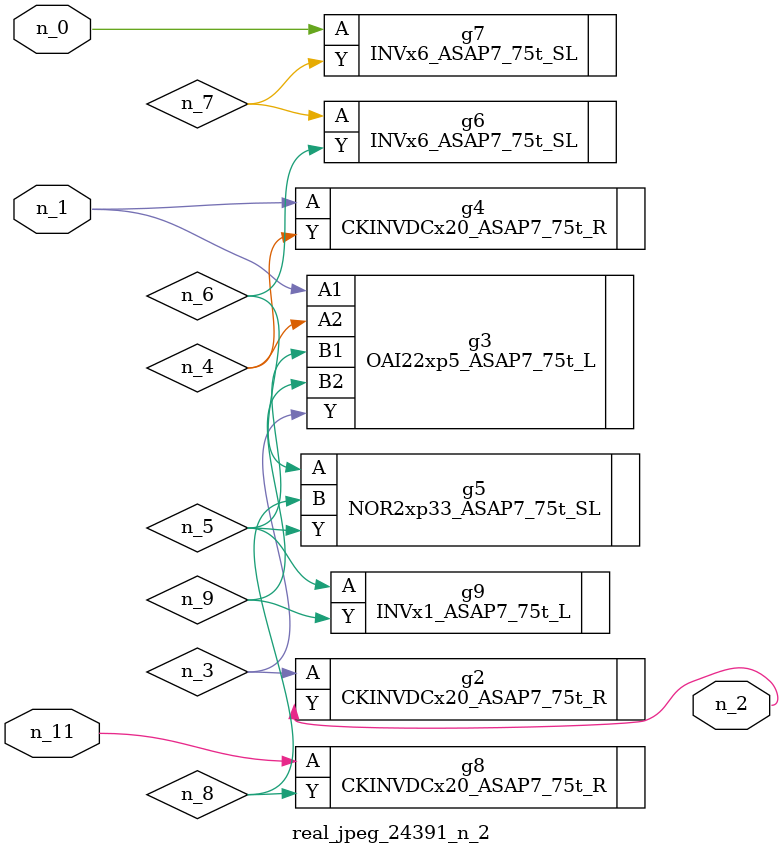
<source format=v>
module real_jpeg_24391_n_2 (n_1, n_11, n_0, n_2);

input n_1;
input n_11;
input n_0;

output n_2;

wire n_5;
wire n_4;
wire n_8;
wire n_6;
wire n_7;
wire n_3;
wire n_9;

INVx6_ASAP7_75t_SL g7 ( 
.A(n_0),
.Y(n_7)
);

OAI22xp5_ASAP7_75t_L g3 ( 
.A1(n_1),
.A2(n_4),
.B1(n_5),
.B2(n_9),
.Y(n_3)
);

CKINVDCx20_ASAP7_75t_R g4 ( 
.A(n_1),
.Y(n_4)
);

CKINVDCx20_ASAP7_75t_R g2 ( 
.A(n_3),
.Y(n_2)
);

INVx1_ASAP7_75t_L g9 ( 
.A(n_5),
.Y(n_9)
);

NOR2xp33_ASAP7_75t_SL g5 ( 
.A(n_6),
.B(n_8),
.Y(n_5)
);

INVx6_ASAP7_75t_SL g6 ( 
.A(n_7),
.Y(n_6)
);

CKINVDCx20_ASAP7_75t_R g8 ( 
.A(n_11),
.Y(n_8)
);


endmodule
</source>
